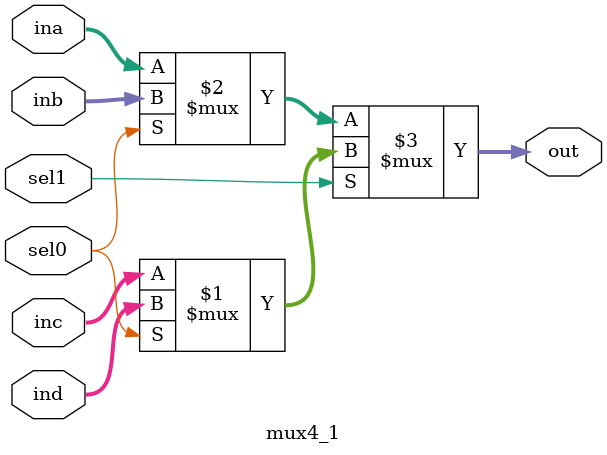
<source format=v>
`timescale 1ns / 1ps


module mux4_1(
    input [31:0] ina, inb, inc, ind,
    input sel0, sel1,
    output [31:0] out
    );
    
    assign out = sel1 ? (sel0 ? ind : inc) : (sel0 ? inb : ina);
    
endmodule

</source>
